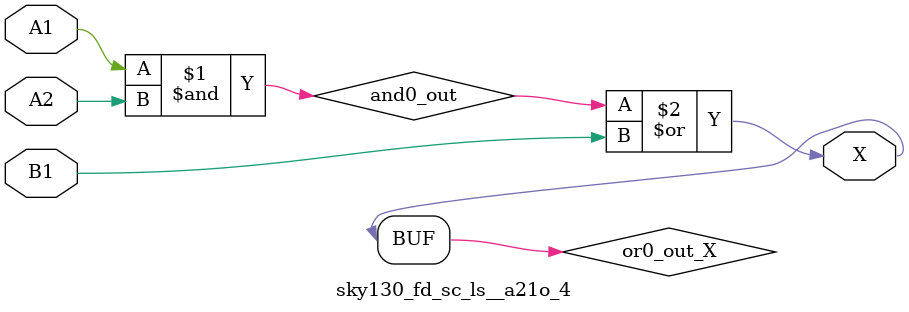
<source format=v>
/*
 * Copyright 2020 The SkyWater PDK Authors
 *
 * Licensed under the Apache License, Version 2.0 (the "License");
 * you may not use this file except in compliance with the License.
 * You may obtain a copy of the License at
 *
 *     https://www.apache.org/licenses/LICENSE-2.0
 *
 * Unless required by applicable law or agreed to in writing, software
 * distributed under the License is distributed on an "AS IS" BASIS,
 * WITHOUT WARRANTIES OR CONDITIONS OF ANY KIND, either express or implied.
 * See the License for the specific language governing permissions and
 * limitations under the License.
 *
 * SPDX-License-Identifier: Apache-2.0
*/


`ifndef SKY130_FD_SC_LS__A21O_4_FUNCTIONAL_V
`define SKY130_FD_SC_LS__A21O_4_FUNCTIONAL_V

/**
 * a21o: 2-input AND into first input of 2-input OR.
 *
 *       X = ((A1 & A2) | B1)
 *
 * Verilog simulation functional model.
 */

`timescale 1ns / 1ps
`default_nettype none

`celldefine
module sky130_fd_sc_ls__a21o_4 (
    X ,
    A1,
    A2,
    B1
);

    // Module ports
    output X ;
    input  A1;
    input  A2;
    input  B1;

    // Local signals
    wire and0_out ;
    wire or0_out_X;

    //  Name  Output     Other arguments
    and and0 (and0_out , A1, A2         );
    or  or0  (or0_out_X, and0_out, B1   );
    buf buf0 (X        , or0_out_X      );

endmodule
`endcelldefine

`default_nettype wire
`endif  // SKY130_FD_SC_LS__A21O_4_FUNCTIONAL_V

</source>
